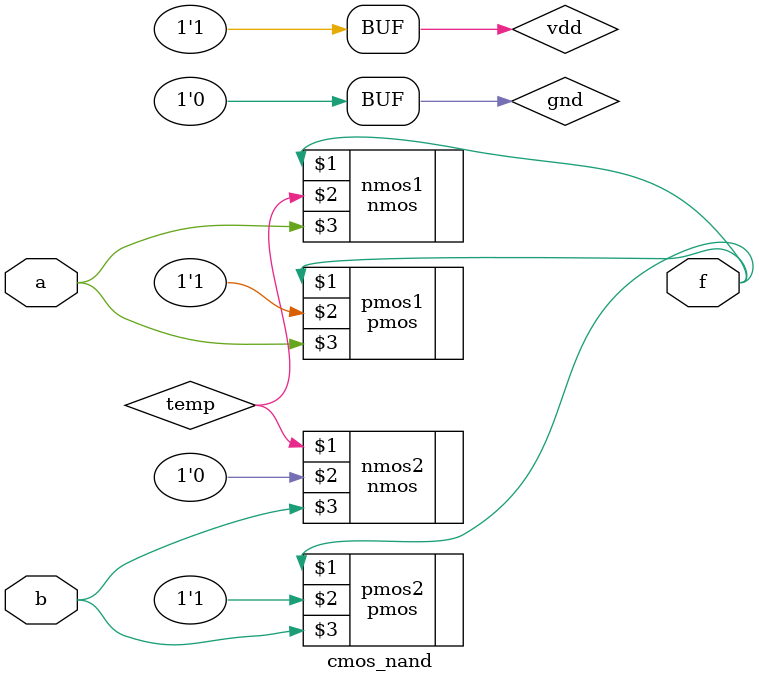
<source format=v>
`timescale 1ns / 1ps

module cmos_nand(
    input a,b,
    output f
);
    supply1 vdd;
    supply0 gnd;
    wire temp;
    pmos pmos1(f,vdd,a);
    pmos pmos2(f,vdd,b);
    nmos nmos1(f,temp,a);
    nmos nmos2(temp,gnd,b);
endmodule

</source>
